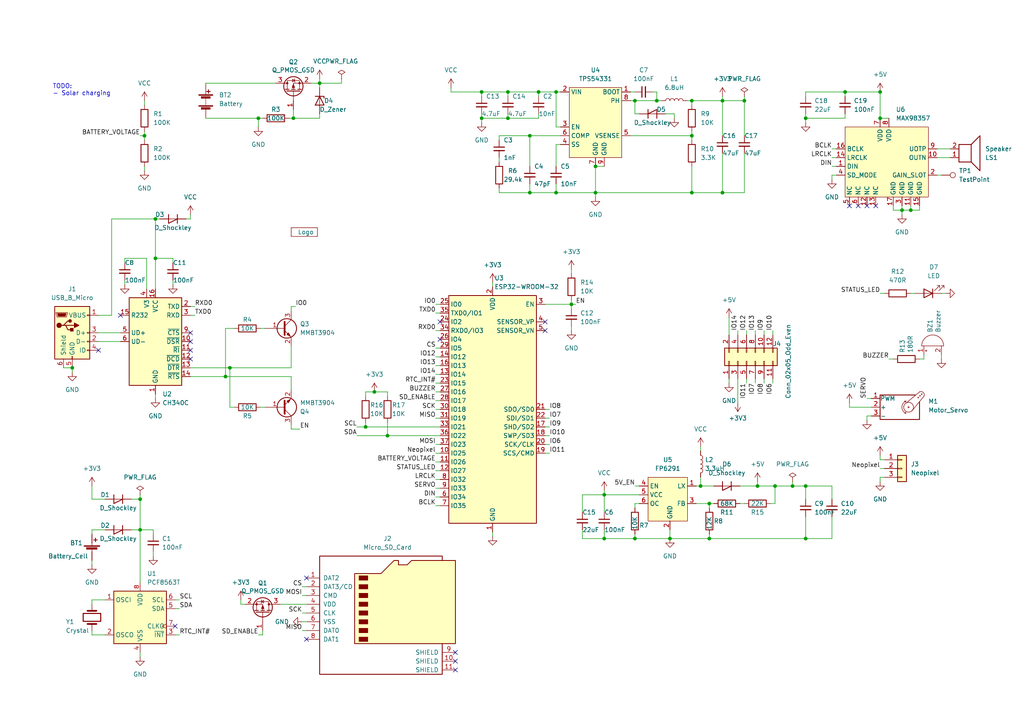
<source format=kicad_sch>
(kicad_sch (version 20211123) (generator eeschema)
  (paper "A4")
  (junction (at 175.26 143.51))
  (junction (at 233.68 156.21))
  (junction (at 40.64 153.67))
  (junction (at 245.11 26.67))
  (junction (at 139.7 34.29))
  (junction (at 92.71 24.13))
  (junction (at 233.68 34.29))
  (junction (at 41.91 39.37))
  (junction (at 255.27 34.29))
  (junction (at 40.64 144.78))
  (junction (at 200.66 55.88))
  (junction (at 224.79 140.97))
  (junction (at 74.93 34.29))
  (junction (at 66.675 106.68))
  (junction (at 45.085 63.5))
  (junction (at 147.32 34.29))
  (junction (at 205.74 156.21))
  (junction (at 147.32 26.67))
  (junction (at 190.5 29.21))
  (junction (at 184.15 156.21))
  (junction (at 161.29 55.88))
  (junction (at 203.2 140.97))
  (junction (at 175.26 156.21))
  (junction (at 45.085 74.93))
  (junction (at 108.585 113.665))
  (junction (at 255.27 26.67))
  (junction (at 153.67 55.88))
  (junction (at 139.7 26.67))
  (junction (at 264.16 60.96))
  (junction (at 172.72 55.88))
  (junction (at 106.045 123.825))
  (junction (at 205.74 146.05))
  (junction (at 200.66 39.37))
  (junction (at 209.55 29.21))
  (junction (at 229.87 140.97))
  (junction (at 165.735 88.265))
  (junction (at 200.66 29.21))
  (junction (at 209.55 55.88))
  (junction (at 153.67 39.37))
  (junction (at 20.955 106.68))
  (junction (at 172.72 48.26))
  (junction (at 261.62 60.96))
  (junction (at 161.29 26.67))
  (junction (at 215.9 29.21))
  (junction (at 112.395 126.365))
  (junction (at 219.71 140.97))
  (junction (at 194.31 156.21))
  (junction (at 233.68 140.97))
  (junction (at 156.21 26.67))
  (junction (at 85.09 34.29))
  (junction (at 65.405 109.22))
  (junction (at 184.15 29.21))
  (no_connect (at 55.245 104.14))
  (no_connect (at 158.115 95.885))
  (no_connect (at 158.115 93.345))
  (no_connect (at 127.635 93.345))
  (no_connect (at 248.92 59.69))
  (no_connect (at 34.925 91.44))
  (no_connect (at 251.46 59.69))
  (no_connect (at 132.08 191.77))
  (no_connect (at 254 59.69))
  (no_connect (at 88.9 185.42))
  (no_connect (at 246.38 59.69))
  (no_connect (at 132.08 189.23))
  (no_connect (at 50.8 181.61))
  (no_connect (at 88.9 167.64))
  (no_connect (at 55.245 99.06))
  (no_connect (at 28.575 101.6))
  (no_connect (at 55.245 101.6))
  (no_connect (at 55.245 96.52))
  (no_connect (at 132.08 194.31))
  (no_connect (at 127.635 98.425))
  (wire (pts (xy 271.78 45.72) (xy 275.59 45.72)))
  (wire (pts (xy 264.16 85.09) (xy 265.43 85.09)))
  (wire (pts (xy 87.63 182.88) (xy 88.9 182.88)))
  (wire (pts (xy 26.67 144.78) (xy 30.48 144.78)))
  (wire (pts (xy 142.875 81.915) (xy 142.875 83.185)))
  (wire (pts (xy 271.78 43.18) (xy 275.59 43.18)))
  (wire (pts (xy 229.87 140.97) (xy 233.68 140.97)))
  (wire (pts (xy 205.74 146.05) (xy 207.01 146.05)))
  (wire (pts (xy 81.28 175.26) (xy 88.9 175.26)))
  (wire (pts (xy 84.455 106.68) (xy 84.455 100.33)))
  (wire (pts (xy 245.11 26.67) (xy 233.68 26.67)))
  (wire (pts (xy 161.29 41.91) (xy 162.56 41.91)))
  (wire (pts (xy 139.7 26.67) (xy 139.7 27.94)))
  (wire (pts (xy 139.7 34.29) (xy 139.7 33.02)))
  (wire (pts (xy 200.66 29.21) (xy 209.55 29.21)))
  (wire (pts (xy 108.585 113.665) (xy 106.045 113.665)))
  (wire (pts (xy 201.93 140.97) (xy 203.2 140.97)))
  (wire (pts (xy 28.575 96.52) (xy 34.925 96.52)))
  (wire (pts (xy 126.365 131.445) (xy 127.635 131.445)))
  (wire (pts (xy 87.63 170.18) (xy 88.9 170.18)))
  (wire (pts (xy 246.38 118.11) (xy 246.38 116.84)))
  (wire (pts (xy 158.115 123.825) (xy 159.385 123.825)))
  (wire (pts (xy 256.54 133.35) (xy 255.27 133.35)))
  (wire (pts (xy 55.245 106.68) (xy 66.675 106.68)))
  (wire (pts (xy 168.91 143.51) (xy 175.26 143.51)))
  (wire (pts (xy 85.09 34.29) (xy 92.71 34.29)))
  (wire (pts (xy 182.88 29.21) (xy 184.15 29.21)))
  (wire (pts (xy 55.245 109.22) (xy 65.405 109.22)))
  (wire (pts (xy 203.2 129.54) (xy 203.2 130.81)))
  (wire (pts (xy 84.455 124.46) (xy 84.455 123.19)))
  (wire (pts (xy 184.15 29.21) (xy 190.5 29.21)))
  (wire (pts (xy 165.735 88.265) (xy 167.005 88.265)))
  (wire (pts (xy 255.27 139.7) (xy 255.27 138.43)))
  (wire (pts (xy 126.365 141.605) (xy 127.635 141.605)))
  (wire (pts (xy 50.8 176.53) (xy 52.07 176.53)))
  (wire (pts (xy 161.29 26.67) (xy 162.56 26.67)))
  (wire (pts (xy 26.67 175.26) (xy 26.67 173.99)))
  (wire (pts (xy 224.79 140.97) (xy 229.87 140.97)))
  (wire (pts (xy 41.91 29.21) (xy 41.91 30.48)))
  (wire (pts (xy 189.23 26.67) (xy 190.5 26.67)))
  (wire (pts (xy 172.72 55.88) (xy 172.72 48.26)))
  (wire (pts (xy 241.3 50.8) (xy 242.57 50.8)))
  (wire (pts (xy 126.365 100.965) (xy 127.635 100.965)))
  (wire (pts (xy 161.29 26.67) (xy 161.29 36.83)))
  (wire (pts (xy 59.69 24.13) (xy 80.01 24.13)))
  (wire (pts (xy 50.165 76.2) (xy 50.165 74.93)))
  (wire (pts (xy 219.075 95.885) (xy 219.075 97.155)))
  (wire (pts (xy 142.875 154.305) (xy 142.875 155.575)))
  (wire (pts (xy 126.365 116.205) (xy 127.635 116.205)))
  (wire (pts (xy 215.9 27.94) (xy 215.9 29.21)))
  (wire (pts (xy 215.9 55.88) (xy 215.9 44.45)))
  (wire (pts (xy 156.21 26.67) (xy 156.21 27.94)))
  (wire (pts (xy 67.945 118.11) (xy 66.675 118.11)))
  (wire (pts (xy 259.08 60.96) (xy 261.62 60.96)))
  (wire (pts (xy 65.405 95.25) (xy 65.405 109.22)))
  (wire (pts (xy 40.64 39.37) (xy 41.91 39.37)))
  (wire (pts (xy 26.67 184.15) (xy 26.67 182.88)))
  (wire (pts (xy 213.995 109.855) (xy 213.995 116.84)))
  (wire (pts (xy 112.395 122.555) (xy 112.395 126.365)))
  (wire (pts (xy 224.155 95.885) (xy 224.155 97.155)))
  (wire (pts (xy 165.735 78.105) (xy 165.735 79.375)))
  (wire (pts (xy 200.66 39.37) (xy 200.66 40.64)))
  (wire (pts (xy 194.31 153.67) (xy 194.31 156.21)))
  (wire (pts (xy 241.3 43.18) (xy 242.57 43.18)))
  (wire (pts (xy 219.71 139.7) (xy 219.71 140.97)))
  (wire (pts (xy 182.88 26.67) (xy 184.15 26.67)))
  (wire (pts (xy 44.45 153.67) (xy 40.64 153.67)))
  (wire (pts (xy 245.11 26.67) (xy 245.11 27.94)))
  (wire (pts (xy 92.71 24.13) (xy 92.71 25.4)))
  (wire (pts (xy 87.63 177.8) (xy 88.9 177.8)))
  (wire (pts (xy 200.66 29.21) (xy 199.39 29.21)))
  (wire (pts (xy 40.64 153.67) (xy 40.64 168.91)))
  (wire (pts (xy 99.06 22.86) (xy 99.06 24.13)))
  (wire (pts (xy 241.3 140.97) (xy 241.3 144.78)))
  (wire (pts (xy 165.735 94.615) (xy 165.735 95.885)))
  (wire (pts (xy 216.535 95.885) (xy 216.535 97.155)))
  (wire (pts (xy 273.05 102.87) (xy 273.05 104.14)))
  (wire (pts (xy 67.945 95.25) (xy 65.405 95.25)))
  (wire (pts (xy 99.06 24.13) (xy 92.71 24.13)))
  (wire (pts (xy 74.93 34.29) (xy 74.93 36.83)))
  (wire (pts (xy 184.15 33.02) (xy 184.15 29.21)))
  (wire (pts (xy 126.365 95.885) (xy 127.635 95.885)))
  (wire (pts (xy 75.565 118.11) (xy 76.835 118.11)))
  (wire (pts (xy 209.55 29.21) (xy 209.55 39.37)))
  (wire (pts (xy 65.405 109.22) (xy 84.455 109.22)))
  (wire (pts (xy 112.395 113.665) (xy 108.585 113.665)))
  (wire (pts (xy 233.68 140.97) (xy 241.3 140.97)))
  (wire (pts (xy 85.725 88.9) (xy 84.455 88.9)))
  (wire (pts (xy 156.21 26.67) (xy 161.29 26.67)))
  (wire (pts (xy 172.72 55.88) (xy 172.72 57.15)))
  (wire (pts (xy 200.66 30.48) (xy 200.66 29.21)))
  (wire (pts (xy 147.32 26.67) (xy 156.21 26.67)))
  (wire (pts (xy 139.7 26.67) (xy 147.32 26.67)))
  (wire (pts (xy 153.67 39.37) (xy 153.67 48.26)))
  (wire (pts (xy 156.21 33.02) (xy 156.21 34.29)))
  (wire (pts (xy 42.545 83.82) (xy 42.545 74.93)))
  (wire (pts (xy 55.245 88.9) (xy 56.515 88.9)))
  (wire (pts (xy 215.9 39.37) (xy 215.9 29.21)))
  (wire (pts (xy 175.26 143.51) (xy 175.26 148.59)))
  (wire (pts (xy 274.32 85.09) (xy 273.05 85.09)))
  (wire (pts (xy 261.62 60.96) (xy 261.62 62.23)))
  (wire (pts (xy 76.2 34.29) (xy 74.93 34.29)))
  (wire (pts (xy 55.245 91.44) (xy 56.515 91.44)))
  (wire (pts (xy 40.64 189.23) (xy 40.64 190.5)))
  (wire (pts (xy 44.45 154.94) (xy 44.45 153.67)))
  (wire (pts (xy 203.2 138.43) (xy 203.2 140.97)))
  (wire (pts (xy 175.26 156.21) (xy 168.91 156.21)))
  (wire (pts (xy 261.62 59.69) (xy 261.62 60.96)))
  (wire (pts (xy 38.1 153.67) (xy 40.64 153.67)))
  (wire (pts (xy 233.68 26.67) (xy 233.68 27.94)))
  (wire (pts (xy 251.46 120.65) (xy 252.73 120.65)))
  (wire (pts (xy 182.88 39.37) (xy 200.66 39.37)))
  (wire (pts (xy 20.955 106.68) (xy 20.955 107.95)))
  (wire (pts (xy 153.67 53.34) (xy 153.67 55.88)))
  (wire (pts (xy 233.68 140.97) (xy 233.68 144.78)))
  (wire (pts (xy 144.78 55.88) (xy 153.67 55.88)))
  (wire (pts (xy 241.3 48.26) (xy 242.57 48.26)))
  (wire (pts (xy 38.1 144.78) (xy 40.64 144.78)))
  (wire (pts (xy 241.3 149.86) (xy 241.3 156.21)))
  (wire (pts (xy 30.48 184.15) (xy 26.67 184.15)))
  (wire (pts (xy 84.455 109.22) (xy 84.455 113.03)))
  (wire (pts (xy 158.115 128.905) (xy 159.385 128.905)))
  (wire (pts (xy 83.82 34.29) (xy 85.09 34.29)))
  (wire (pts (xy 241.3 45.72) (xy 242.57 45.72)))
  (wire (pts (xy 69.85 175.26) (xy 69.85 173.99)))
  (wire (pts (xy 74.93 184.15) (xy 76.2 184.15)))
  (wire (pts (xy 158.115 126.365) (xy 159.385 126.365)))
  (wire (pts (xy 36.195 81.28) (xy 36.195 82.55)))
  (wire (pts (xy 126.365 111.125) (xy 127.635 111.125)))
  (wire (pts (xy 209.55 55.88) (xy 215.9 55.88)))
  (wire (pts (xy 233.68 149.86) (xy 233.68 156.21)))
  (wire (pts (xy 41.91 38.1) (xy 41.91 39.37)))
  (wire (pts (xy 259.08 59.69) (xy 259.08 60.96)))
  (wire (pts (xy 219.075 109.855) (xy 219.075 111.125)))
  (wire (pts (xy 211.455 109.855) (xy 211.455 111.125)))
  (wire (pts (xy 203.2 140.97) (xy 207.01 140.97)))
  (wire (pts (xy 184.15 147.32) (xy 184.15 146.05)))
  (wire (pts (xy 255.27 26.67) (xy 245.11 26.67)))
  (wire (pts (xy 55.245 63.5) (xy 53.975 63.5)))
  (wire (pts (xy 50.165 81.28) (xy 50.165 82.55)))
  (wire (pts (xy 126.365 128.905) (xy 127.635 128.905)))
  (wire (pts (xy 92.71 33.02) (xy 92.71 34.29)))
  (wire (pts (xy 156.21 34.29) (xy 147.32 34.29)))
  (wire (pts (xy 172.72 48.26) (xy 175.26 48.26)))
  (wire (pts (xy 126.365 88.265) (xy 127.635 88.265)))
  (wire (pts (xy 130.81 26.67) (xy 139.7 26.67)))
  (wire (pts (xy 130.81 25.4) (xy 130.81 26.67)))
  (wire (pts (xy 144.78 39.37) (xy 153.67 39.37)))
  (wire (pts (xy 50.8 173.99) (xy 52.07 173.99)))
  (wire (pts (xy 184.15 156.21) (xy 194.31 156.21)))
  (wire (pts (xy 103.505 126.365) (xy 112.395 126.365)))
  (wire (pts (xy 168.91 156.21) (xy 168.91 153.67)))
  (wire (pts (xy 271.78 50.8) (xy 273.05 50.8)))
  (wire (pts (xy 87.63 172.72) (xy 88.9 172.72)))
  (wire (pts (xy 205.74 146.05) (xy 205.74 147.32)))
  (wire (pts (xy 76.2 184.15) (xy 76.2 182.88)))
  (wire (pts (xy 41.91 39.37) (xy 41.91 40.64)))
  (wire (pts (xy 71.12 175.26) (xy 69.85 175.26)))
  (wire (pts (xy 255.27 138.43) (xy 256.54 138.43)))
  (wire (pts (xy 175.26 156.21) (xy 184.15 156.21)))
  (wire (pts (xy 214.63 146.05) (xy 215.9 146.05)))
  (wire (pts (xy 184.15 156.21) (xy 184.15 154.94)))
  (wire (pts (xy 221.615 109.855) (xy 221.615 111.125)))
  (wire (pts (xy 36.195 76.2) (xy 36.195 74.93)))
  (wire (pts (xy 175.26 143.51) (xy 175.26 142.24)))
  (wire (pts (xy 233.68 34.29) (xy 233.68 35.56)))
  (wire (pts (xy 158.115 118.745) (xy 159.385 118.745)))
  (wire (pts (xy 144.78 40.64) (xy 144.78 39.37)))
  (wire (pts (xy 184.15 146.05) (xy 185.42 146.05)))
  (wire (pts (xy 32.385 63.5) (xy 45.085 63.5)))
  (wire (pts (xy 211.455 92.075) (xy 211.455 97.155)))
  (wire (pts (xy 158.115 131.445) (xy 159.385 131.445)))
  (wire (pts (xy 184.15 140.97) (xy 185.42 140.97)))
  (wire (pts (xy 66.675 106.68) (xy 84.455 106.68)))
  (wire (pts (xy 126.365 144.145) (xy 127.635 144.145)))
  (wire (pts (xy 147.32 26.67) (xy 147.32 27.94)))
  (wire (pts (xy 172.72 55.88) (xy 200.66 55.88)))
  (wire (pts (xy 45.085 114.3) (xy 45.085 115.57)))
  (wire (pts (xy 126.365 90.805) (xy 127.635 90.805)))
  (wire (pts (xy 126.365 121.285) (xy 127.635 121.285)))
  (wire (pts (xy 255.27 133.35) (xy 255.27 132.08)))
  (wire (pts (xy 233.68 34.29) (xy 245.11 34.29)))
  (wire (pts (xy 45.085 74.93) (xy 45.085 83.82)))
  (wire (pts (xy 126.365 146.685) (xy 127.635 146.685)))
  (wire (pts (xy 266.7 59.69) (xy 266.7 60.96)))
  (wire (pts (xy 45.085 63.5) (xy 46.355 63.5)))
  (wire (pts (xy 216.535 109.855) (xy 216.535 111.125)))
  (wire (pts (xy 40.64 143.51) (xy 40.64 144.78)))
  (wire (pts (xy 209.55 27.94) (xy 209.55 29.21)))
  (wire (pts (xy 90.17 24.13) (xy 92.71 24.13)))
  (wire (pts (xy 267.97 102.87) (xy 267.97 104.14)))
  (wire (pts (xy 147.32 34.29) (xy 147.32 33.02)))
  (wire (pts (xy 185.42 33.02) (xy 184.15 33.02)))
  (wire (pts (xy 241.3 156.21) (xy 233.68 156.21)))
  (wire (pts (xy 194.31 156.21) (xy 205.74 156.21)))
  (wire (pts (xy 26.67 173.99) (xy 30.48 173.99)))
  (wire (pts (xy 112.395 126.365) (xy 127.635 126.365)))
  (wire (pts (xy 75.565 95.25) (xy 76.835 95.25)))
  (wire (pts (xy 126.365 133.985) (xy 127.635 133.985)))
  (wire (pts (xy 214.63 140.97) (xy 219.71 140.97)))
  (wire (pts (xy 165.735 88.265) (xy 165.735 89.535)))
  (wire (pts (xy 144.78 45.72) (xy 144.78 46.99)))
  (wire (pts (xy 215.9 29.21) (xy 209.55 29.21)))
  (wire (pts (xy 26.67 162.56) (xy 26.67 163.83)))
  (wire (pts (xy 168.91 148.59) (xy 168.91 143.51)))
  (wire (pts (xy 103.505 123.825) (xy 106.045 123.825)))
  (wire (pts (xy 255.27 135.89) (xy 256.54 135.89)))
  (wire (pts (xy 158.115 121.285) (xy 159.385 121.285)))
  (wire (pts (xy 251.46 120.65) (xy 251.46 121.92)))
  (wire (pts (xy 139.7 34.29) (xy 139.7 35.56)))
  (wire (pts (xy 106.045 113.665) (xy 106.045 114.935)))
  (wire (pts (xy 213.995 95.885) (xy 213.995 97.155)))
  (wire (pts (xy 195.58 33.02) (xy 193.04 33.02)))
  (wire (pts (xy 190.5 26.67) (xy 190.5 29.21)))
  (wire (pts (xy 55.245 62.23) (xy 55.245 63.5)))
  (wire (pts (xy 126.365 106.045) (xy 127.635 106.045)))
  (wire (pts (xy 32.385 63.5) (xy 32.385 91.44)))
  (wire (pts (xy 158.115 88.265) (xy 165.735 88.265)))
  (wire (pts (xy 18.415 106.68) (xy 20.955 106.68)))
  (wire (pts (xy 126.365 118.745) (xy 127.635 118.745)))
  (wire (pts (xy 59.69 34.29) (xy 74.93 34.29)))
  (wire (pts (xy 195.58 34.29) (xy 195.58 33.02)))
  (wire (pts (xy 229.87 139.7) (xy 229.87 140.97)))
  (wire (pts (xy 126.365 113.665) (xy 127.635 113.665)))
  (wire (pts (xy 161.29 36.83) (xy 162.56 36.83)))
  (wire (pts (xy 92.71 22.86) (xy 92.71 24.13)))
  (wire (pts (xy 26.67 140.97) (xy 26.67 144.78)))
  (wire (pts (xy 246.38 118.11) (xy 252.73 118.11)))
  (wire (pts (xy 219.71 140.97) (xy 224.79 140.97)))
  (wire (pts (xy 41.91 48.26) (xy 41.91 49.53)))
  (wire (pts (xy 233.68 33.02) (xy 233.68 34.29)))
  (wire (pts (xy 200.66 38.1) (xy 200.66 39.37)))
  (wire (pts (xy 161.29 53.34) (xy 161.29 55.88)))
  (wire (pts (xy 165.735 86.995) (xy 165.735 88.265)))
  (wire (pts (xy 185.42 143.51) (xy 175.26 143.51)))
  (wire (pts (xy 190.5 29.21) (xy 191.77 29.21)))
  (wire (pts (xy 112.395 114.935) (xy 112.395 113.665)))
  (wire (pts (xy 45.085 63.5) (xy 45.085 74.93)))
  (wire (pts (xy 175.26 153.67) (xy 175.26 156.21)))
  (wire (pts (xy 224.155 109.855) (xy 224.155 111.125)))
  (wire (pts (xy 50.8 184.15) (xy 52.07 184.15)))
  (wire (pts (xy 261.62 60.96) (xy 264.16 60.96)))
  (wire (pts (xy 161.29 48.26) (xy 161.29 41.91)))
  (wire (pts (xy 255.27 85.09) (xy 256.54 85.09)))
  (wire (pts (xy 28.575 91.44) (xy 32.385 91.44)))
  (wire (pts (xy 245.11 34.29) (xy 245.11 33.02)))
  (wire (pts (xy 223.52 146.05) (xy 224.79 146.05)))
  (wire (pts (xy 264.16 59.69) (xy 264.16 60.96)))
  (wire (pts (xy 161.29 55.88) (xy 172.72 55.88)))
  (wire (pts (xy 44.45 160.02) (xy 44.45 161.29)))
  (wire (pts (xy 264.16 60.96) (xy 266.7 60.96)))
  (wire (pts (xy 153.67 55.88) (xy 161.29 55.88)))
  (wire (pts (xy 144.78 54.61) (xy 144.78 55.88)))
  (wire (pts (xy 45.085 74.93) (xy 50.165 74.93)))
  (wire (pts (xy 147.32 34.29) (xy 139.7 34.29)))
  (wire (pts (xy 85.09 34.29) (xy 85.09 31.75)))
  (wire (pts (xy 86.995 124.46) (xy 84.455 124.46)))
  (wire (pts (xy 205.74 156.21) (xy 233.68 156.21)))
  (wire (pts (xy 40.64 144.78) (xy 40.64 153.67)))
  (wire (pts (xy 205.74 156.21) (xy 205.74 154.94)))
  (wire (pts (xy 257.81 104.14) (xy 259.08 104.14)))
  (wire (pts (xy 126.365 108.585) (xy 127.635 108.585)))
  (wire (pts (xy 126.365 136.525) (xy 127.635 136.525)))
  (wire (pts (xy 84.455 88.9) (xy 84.455 90.17)))
  (wire (pts (xy 153.67 39.37) (xy 162.56 39.37)))
  (wire (pts (xy 224.79 146.05) (xy 224.79 140.97)))
  (wire (pts (xy 126.365 103.505) (xy 127.635 103.505)))
  (wire (pts (xy 241.3 50.8) (xy 241.3 52.07)))
  (wire (pts (xy 201.93 146.05) (xy 205.74 146.05)))
  (wire (pts (xy 255.27 26.67) (xy 255.27 34.29)))
  (wire (pts (xy 267.97 104.14) (xy 266.7 104.14)))
  (wire (pts (xy 106.045 122.555) (xy 106.045 123.825)))
  (wire (pts (xy 28.575 99.06) (xy 34.925 99.06)))
  (wire (pts (xy 106.045 123.825) (xy 127.635 123.825)))
  (wire (pts (xy 30.48 153.67) (xy 26.67 153.67)))
  (wire (pts (xy 221.615 95.885) (xy 221.615 97.155)))
  (wire (pts (xy 87.63 180.34) (xy 88.9 180.34)))
  (wire (pts (xy 251.46 115.57) (xy 252.73 115.57)))
  (wire (pts (xy 36.195 74.93) (xy 42.545 74.93)))
  (wire (pts (xy 209.55 44.45) (xy 209.55 55.88)))
  (wire (pts (xy 126.365 139.065) (xy 127.635 139.065)))
  (wire (pts (xy 200.66 55.88) (xy 200.66 48.26)))
  (wire (pts (xy 26.67 153.67) (xy 26.67 154.94)))
  (wire (pts (xy 209.55 55.88) (xy 200.66 55.88)))
  (wire (pts (xy 255.27 34.29) (xy 257.81 34.29)))
  (wire (pts (xy 66.675 118.11) (xy 66.675 106.68)))
  (text "TODO:\n- Solar charging" (at 15.24 27.94 0) (effects (font (size 1.27 1.27)) (justify left bottom)))
  (label "BCLK" (at 126.365 146.685 180))
  (label "IO14" (at 126.365 108.585 180))
  (label "SCL" (at 52.07 173.99 0))
  (label "IO7" (at 159.385 121.285 0))
  (label "EN" (at 86.995 124.46 0))
  (label "IO9" (at 221.615 95.885 90))
  (label "LRCLK" (at 126.365 139.065 180))
  (label "DIN" (at 241.3 48.26 180))
  (label "IO12" (at 216.535 95.885 90))
  (label "SDA" (at 52.07 176.53 0))
  (label "5V_EN" (at 184.15 140.97 180))
  (label "RTC_INT#" (at 52.07 184.15 0))
  (label "IO7" (at 219.075 111.125 270))
  (label "SERVO" (at 126.365 141.605 180))
  (label "Neopixel" (at 255.27 135.89 180))
  (label "RXD0" (at 56.515 88.9 0))
  (label "Neopixel" (at 126.365 131.445 180))
  (label "IO0" (at 126.365 88.265 180))
  (label "RXD0" (at 126.365 95.885 180))
  (label "EN" (at 167.005 88.265 0))
  (label "SD_ENABLE" (at 74.93 184.15 180))
  (label "SCK" (at 126.365 118.745 180))
  (label "IO11" (at 159.385 131.445 0))
  (label "IO10" (at 159.385 126.365 0))
  (label "IO11" (at 216.535 111.125 270))
  (label "CS" (at 87.63 170.18 180))
  (label "SCK" (at 87.63 177.8 180))
  (label "BATTERY_VOLTAGE" (at 40.64 39.37 180))
  (label "STATUS_LED" (at 126.365 136.525 180))
  (label "SD_ENABLE" (at 126.365 116.205 180))
  (label "BCLK" (at 241.3 43.18 180))
  (label "IO12" (at 126.365 103.505 180))
  (label "MISO" (at 126.365 121.285 180))
  (label "IO8" (at 221.615 111.125 270))
  (label "IO6" (at 159.385 128.905 0))
  (label "SCL" (at 103.505 123.825 180))
  (label "LRCLK" (at 241.3 45.72 180))
  (label "IO10" (at 224.155 95.885 90))
  (label "MOSI" (at 126.365 128.905 180))
  (label "RTC_INT#" (at 126.365 111.125 180))
  (label "SDA" (at 103.505 126.365 180))
  (label "SERVO" (at 251.46 115.57 90))
  (label "IO13" (at 219.075 95.885 90))
  (label "BUZZER" (at 126.365 113.665 180))
  (label "BUZZER" (at 257.81 104.14 180))
  (label "MISO" (at 87.63 182.88 180))
  (label "IO0" (at 85.725 88.9 0))
  (label "DIN" (at 126.365 144.145 180))
  (label "BATTERY_VOLTAGE" (at 126.365 133.985 180))
  (label "IO13" (at 126.365 106.045 180))
  (label "IO9" (at 159.385 123.825 0))
  (label "STATUS_LED" (at 255.27 85.09 180))
  (label "TXD0" (at 56.515 91.44 0))
  (label "IO8" (at 159.385 118.745 0))
  (label "IO14" (at 213.995 95.885 90))
  (label "TXD0" (at 126.365 90.805 180))
  (label "IO6" (at 224.155 111.125 270))
  (label "CS" (at 126.365 100.965 180))
  (label "MOSI" (at 87.63 172.72 180))
  (symbol (lib_id "Device:C_Small") (at 144.78 43.18 0) (unit 1)
    (property "Reference" "C3" (at 146.05 40.64 0) (effects (justify left)))
    (property "Value" "1nF" (at 146.05 45.72 0) (effects (justify left)))
    (property "Footprint" "Capacitor_SMD:C_0402_1005Metric" (effects hide))
    (property "LCSC" "C1523" (effects hide))
  )
  (symbol (lib_id "power:+3.3V") (at 209.55 27.94 0) (unit 1)
    (property "Reference" "#PWR0117" (effects hide))
    (property "Value" "+3.3V" (at 209.55 22.86 0))
  )
  (symbol (lib_id "power:+3.3V") (at 142.875 81.915 0) (unit 1)
    (property "Reference" "#PWR0116" (effects hide))
    (property "Value" "+3.3V" (at 142.875 76.835 0))
  )
  (symbol (lib_id "power:PWR_FLAG") (at 40.64 143.51 0) (unit 1)
    (property "Reference" "#FLG0102" (effects hide))
    (property "Value" "PWR_FLAG" (at 40.64 138.43 0))
  )
  (symbol (lib_id "Device:Crystal") (at 26.67 179.07 90) (unit 1)
    (property "Reference" "Y1" (at 19.05 180.34 90) (effects (justify right)))
    (property "Value" "Crystal" (at 19.05 182.88 90) (effects (justify right)))
    (property "Footprint" "Crystal:Crystal_SMD_3215-2Pin_3.2x1.5mm" (effects hide))
    (property "LCSC" "C32346" (effects hide))
  )
  (symbol (lib_id "Device:R") (at 165.735 83.185 0) (unit 1)
    (property "Reference" "R14" (at 168.275 81.9149 0) (effects (justify left)))
    (property "Value" "10K" (at 168.275 84.4549 0) (effects (justify left)))
    (property "Footprint" "Resistor_SMD:R_0402_1005Metric" (effects hide))
    (property "LCSC" "C25744" (effects hide))
  )
  (symbol (lib_id "power:GND") (at 165.735 95.885 0) (unit 1)
    (property "Reference" "#PWR0136" (effects hide))
    (property "Value" "GND" (at 165.735 100.965 0))
  )
  (symbol (lib_id "Device:R") (at 41.91 44.45 0) (unit 1)
    (property "Reference" "R2" (at 44.45 43.1799 0) (effects (justify left)))
    (property "Value" "100K" (at 44.45 45.7199 0) (effects (justify left)))
    (property "Footprint" "Resistor_SMD:R_0402_1005Metric" (effects hide))
    (property "LCSC" "C25741" (effects hide))
  )
  (symbol (lib_id "cacophony-symbols:Micro_SD_Card") (at 111.76 175.26 0) (unit 1)
    (property "Reference" "J2" (at 112.395 156.21 0))
    (property "Value" "Micro_SD_Card" (at 112.395 158.75 0))
    (property "Footprint" "cacophony-footprints:microSD_HC_Molex_104031-0811" (effects hide))
    (property "Datasheet" "https://datasheet.lcsc.com/lcsc/2112221030_SOFNG-TF-015_C113206.pdf" (effects hide))
    (property "LCSC" "C585350" (effects hide))
    (property "JLCPCB" "C585350" (effects hide))
  )
  (symbol (lib_id "Device:D_Shockley") (at 210.82 140.97 180) (unit 1)
    (property "Reference" "D6" (at 210.82 134.62 0))
    (property "Value" "D_Shockley" (at 210.82 137.16 0))
    (property "Footprint" "Diode_SMD:D_SMA" (effects hide))
    (property "LCSC" "C22452" (effects hide))
  )
  (symbol (lib_id "Connector:TestPoint") (at 273.05 50.8 270) (unit 1)
    (property "Reference" "TP1" (at 278.13 49.5299 90) (effects (justify left)))
    (property "Value" "TestPoint" (at 278.13 52.0699 90) (effects (justify left)))
    (property "Footprint" "Connector_PinHeader_2.54mm:PinHeader_1x01_P2.54mm_Vertical" (effects hide))
  )
  (symbol (lib_id "power:GND") (at 41.91 49.53 0) (unit 1)
    (property "Reference" "#PWR0102" (effects hide))
    (property "Value" "GND" (at 41.91 54.61 0))
  )
  (symbol (lib_id "Connector_Generic:Conn_02x06_Odd_Even") (at 216.535 104.775 90) (unit 1)
    (property "Reference" "J4" (at 224.155 99.695 90) (effects (justify right)))
    (property "Value" "Conn_02x05_Odd_Even" (at 228.6 93.98 0) (effects (justify right)))
    (property "Footprint" "Connector_PinHeader_2.54mm:PinHeader_2x06_P2.54mm_Vertical" (effects hide))
  )
  (symbol (lib_id "Device:C_Small") (at 147.32 30.48 0) (unit 1)
    (property "Reference" "C14" (at 148.59 27.94 0) (effects (justify left)))
    (property "Value" "4.7uF" (at 147.32 33.02 0) (effects (justify left)))
    (property "Footprint" "Capacitor_SMD:C_0402_1005Metric" (effects hide))
    (property "LCSC" "C23733" (effects hide))
  )
  (symbol (lib_id "power:GND") (at 87.63 180.34 270) (unit 1)
    (property "Reference" "#PWR0112" (effects hide))
    (property "Value" "GND" (at 83.82 180.3399 90) (effects (justify right)))
  )
  (symbol (lib_id "power:+5V") (at 255.27 132.08 0) (unit 1)
    (property "Reference" "#PWR0126" (effects hide))
    (property "Value" "+5V" (at 255.27 127 0))
  )
  (symbol (lib_id "Device:C_Small") (at 215.9 41.91 0) (unit 1)
    (property "Reference" "C17" (at 215.9 39.37 0) (effects (justify left)))
    (property "Value" "47uF" (at 215.9 44.45 0) (effects (justify left)))
    (property "Footprint" "Capacitor_SMD:C_0805_2012Metric" (effects hide))
    (property "LCSC" "C16780" (effects hide))
  )
  (symbol (lib_id "power:PWR_FLAG") (at 99.06 22.86 0) (unit 1)
    (property "Reference" "#FLG0104" (effects hide))
    (property "Value" "PWR_FLAG" (at 99.06 17.78 0))
  )
  (symbol (lib_id "power:GND") (at 50.165 82.55 0) (unit 1)
    (property "Reference" "#PWR0139" (effects hide))
    (property "Value" "GND" (effects hide))
  )
  (symbol (lib_id "power:GND") (at 233.68 35.56 0) (unit 1)
    (property "Reference" "#PWR0131" (effects hide))
    (property "Value" "GND" (effects hide))
  )
  (symbol (lib_id "power:GND") (at 20.955 107.95 0) (unit 1)
    (property "Reference" "#PWR0107" (effects hide))
    (property "Value" "GND" (at 20.955 113.03 0))
  )
  (symbol (lib_id "power:GND") (at 274.32 85.09 90) (unit 1)
    (property "Reference" "#PWR0128" (effects hide))
    (property "Value" "GND" (effects hide))
  )
  (symbol (lib_id "power:VCC") (at 41.91 29.21 0) (unit 1)
    (property "Reference" "#PWR0101" (effects hide))
    (property "Value" "VCC" (at 41.91 24.13 0))
  )
  (symbol (lib_id "power:+3.3V") (at 69.85 173.99 0) (unit 1)
    (property "Reference" "#PWR0111" (effects hide))
    (property "Value" "+3.3V" (at 69.85 168.91 0))
  )
  (symbol (lib_id "power:GND") (at 194.31 156.21 0) (unit 1)
    (property "Reference" "#PWR0132" (effects hide))
    (property "Value" "GND" (at 194.31 161.29 0))
  )
  (symbol (lib_id "Device:D_Shockley") (at 50.165 63.5 180) (unit 1)
    (property "Reference" "D3" (at 46.355 62.23 0))
    (property "Value" "D_Shockley" (at 50.165 66.04 0))
    (property "Footprint" "Diode_SMD:D_SOD-323" (effects hide))
    (property "LCSC" "C191023" (effects hide))
  )
  (symbol (lib_id "Device:C_Small") (at 233.68 147.32 0) (unit 1)
    (property "Reference" "C9" (at 236.22 146.0562 0) (effects (justify left)))
    (property "Value" "100nF" (at 236.22 148.5962 0) (effects (justify left)))
    (property "Footprint" "Capacitor_SMD:C_0402_1005Metric" (effects hide))
    (property "LCSC" "C307331" (effects hide))
  )
  (symbol (lib_id "Device:LED") (at 269.24 85.09 180) (unit 1)
    (property "Reference" "D7" (at 270.8275 77.47 0))
    (property "Value" "LED" (at 270.8275 80.01 0))
    (property "Footprint" "LED_SMD:LED_0603_1608Metric" (effects hide))
    (property "LCSC" "C2286" (effects hide))
  )
  (symbol (lib_id "Device:C_Small") (at 139.7 30.48 0) (unit 1)
    (property "Reference" "C13" (at 140.97 27.94 0) (effects (justify left)))
    (property "Value" "4.7uF" (at 139.7 33.02 0) (effects (justify left)))
    (property "Footprint" "Capacitor_SMD:C_0402_1005Metric" (effects hide))
    (property "LCSC" "C23733" (effects hide))
  )
  (symbol (lib_id "Device:R") (at 219.71 146.05 90) (unit 1)
    (property "Reference" "R15" (at 219.71 148.59 90))
    (property "Value" "22K" (at 219.71 146.05 90))
    (property "Footprint" "Resistor_SMD:R_0402_1005Metric" (effects hide))
    (property "LCSC" "C25768" (effects hide))
  )
  (symbol (lib_id "Device:L") (at 203.2 134.62 0) (unit 1)
    (property "Reference" "L2" (at 204.47 133.3499 0) (effects (justify left)))
    (property "Value" "3.3uH" (at 204.47 135.8899 0) (effects (justify left)))
    (property "Footprint" "Inductor_SMD:L_Sunlord_MWSA0518_5.4x5.2mm" (effects hide))
    (property "LCSC" "C408409" (effects hide))
  )
  (symbol (lib_id "power:VCC") (at 203.2 129.54 0) (unit 1)
    (property "Reference" "#PWR0122" (effects hide))
    (property "Value" "VCC" (at 203.2 124.46 0))
  )
  (symbol (lib_id "power:+5V") (at 211.455 92.075 0) (unit 1)
    (property "Reference" "#PWR0114" (effects hide))
    (property "Value" "+5V" (at 211.455 86.995 0))
  )
  (symbol (lib_id "power:GND") (at 26.67 163.83 0) (unit 1)
    (property "Reference" "#PWR0110" (effects hide))
    (property "Value" "GND" (at 26.67 168.91 0))
  )
  (symbol (lib_id "cacophony-symbols:TPS54331") (at 171.45 21.59 0) (unit 1)
    (property "Reference" "U4" (at 172.72 20.32 0))
    (property "Value" "TPS54331" (at 172.72 22.86 0))
    (property "Footprint" "Package_SO:SOIC-8-1EP_3.9x4.9mm_P1.27mm_EP2.29x3mm" (effects hide))
    (property "Datasheet" "https://www.ti.com/lit/ds/symlink/tps54331.pdf?ts=1645414638128&ref_url=https%253A%252F%252Fwww.ti.com%252Fproduct%252FTPS54331%253Futm_source%253Dsupplyframe%2526utm_medium%253DSEP%2526utm_campaign%253Dnot_alldatasheet%2526DCM%253Dyes%2526dclid%253DCK-A3uLgj_YCFfKeSwUdmicKLQ" (effects hide))
    (property "LCSC" "C9865" (effects hide))
    (property "JLCPCB" "C9865" (effects hide))
  )
  (symbol (lib_id "power:GND") (at 139.7 35.56 0) (unit 1)
    (property "Reference" "#PWR0134" (effects hide))
    (property "Value" "GND" (at 139.7 40.64 0))
  )
  (symbol (lib_id "Device:C_Small") (at 209.55 41.91 0) (unit 1)
    (property "Reference" "C16" (at 209.55 39.37 0) (effects (justify left)))
    (property "Value" "47uF" (at 209.55 44.45 0) (effects (justify left)))
    (property "Footprint" "Capacitor_SMD:C_0805_2012Metric" (effects hide))
    (property "LCSC" "C16780" (effects hide))
  )
  (symbol (lib_id "Device:R") (at 80.01 34.29 270) (unit 1)
    (property "Reference" "R3" (at 80.01 31.75 90))
    (property "Value" "100K" (at 80.01 34.29 90))
    (property "Footprint" "Resistor_SMD:R_0402_1005Metric" (effects hide))
    (property "LCSC" "C25741" (effects hide))
  )
  (symbol (lib_id "power:VCC") (at 130.81 25.4 0) (unit 1)
    (property "Reference" "#PWR0115" (effects hide))
    (property "Value" "VCC" (at 130.81 20.32 0))
  )
  (symbol (lib_id "power:GND") (at 255.27 139.7 0) (unit 1)
    (property "Reference" "#PWR0124" (effects hide))
    (property "Value" "GND" (at 255.27 144.78 0))
  )
  (symbol (lib_id "Device:R") (at 106.045 118.745 0) (unit 1)
    (property "Reference" "R16" (at 107.315 117.475 0) (effects (justify left)))
    (property "Value" "10K" (at 107.315 120.015 0) (effects (justify left)))
    (property "Footprint" "Resistor_SMD:R_0402_1005Metric" (effects hide))
    (property "LCSC" "C25744" (effects hide))
  )
  (symbol (lib_id "power:GND") (at 44.45 161.29 0) (unit 1)
    (property "Reference" "#PWR0113" (effects hide))
    (property "Value" "GND" (effects hide))
  )
  (symbol (lib_id "power:VCC") (at 92.71 22.86 0) (unit 1)
    (property "Reference" "#PWR0104" (effects hide))
    (property "Value" "VCC" (at 92.71 17.78 0))
  )
  (symbol (lib_id "Device:Q_PMOS_GSD") (at 85.09 26.67 90) (unit 1)
    (property "Reference" "Q2" (at 85.09 17.9832 90))
    (property "Value" "Q_PMOS_GSD" (at 85.09 20.32 90))
    (property "Footprint" "Package_TO_SOT_SMD:SOT-23" (effects hide))
    (property "LCSC" "C15127" (effects hide))
  )
  (symbol (lib_id "power:+5V") (at 219.71 139.7 0) (unit 1)
    (property "Reference" "#PWR0121" (effects hide))
    (property "Value" "+5V" (at 219.71 134.62 0))
  )
  (symbol (lib_id "power:GND") (at 36.195 82.55 0) (unit 1)
    (property "Reference" "#PWR0137" (effects hide))
    (property "Value" "GND" (effects hide))
  )
  (symbol (lib_id "Device:C_Small") (at 233.68 30.48 0) (unit 1)
    (property "Reference" "C18" (at 236.22 29.2162 0) (effects (justify left)))
    (property "Value" "22uF" (at 236.22 31.7562 0) (effects (justify left)))
    (property "Footprint" "Capacitor_SMD:C_0805_2012Metric" (effects hide))
    (property "LCSC" "C45783" (effects hide))
  )
  (symbol (lib_id "Device:R") (at 144.78 50.8 0) (unit 1)
    (property "Reference" "R6" (at 147.32 49.5299 0) (effects (justify left)))
    (property "Value" "29.4k" (at 146.05 52.07 0) (effects (justify left)))
    (property "Footprint" "Resistor_SMD:R_0402_1005Metric" (effects hide))
    (property "LCSC" "C25890" (effects hide))
  )
  (symbol (lib_id "Interface_USB:CH340C") (at 45.085 99.06 0) (unit 1)
    (property "Reference" "U2" (at 47.1044 114.3 0) (effects (justify left)))
    (property "Value" "CH340C" (at 47.1044 116.84 0) (effects (justify left)))
    (property "Footprint" "Package_SO:SOIC-16_3.9x9.9mm_P1.27mm" (effects hide))
    (property "Datasheet" "https://datasheet.lcsc.com/szlcsc/Jiangsu-Qin-Heng-CH340C_C84681.pdf" (effects hide))
    (property "LCSC" "C84681" (effects hide))
  )
  (symbol (lib_id "power:VCC") (at 175.26 142.24 0) (unit 1)
    (property "Reference" "#PWR0120" (effects hide))
    (property "Value" "VCC" (at 175.26 137.16 0))
  )
  (symbol (lib_id "power:GND") (at 251.46 121.92 0) (unit 1)
    (property "Reference" "#PWR0125" (effects hide))
    (property "Value" "GND" (effects hide))
  )
  (symbol (lib_id "power:GND") (at 195.58 34.29 0) (unit 1)
    (property "Reference" "#PWR0118" (effects hide))
    (property "Value" "GND" (effects hide))
  )
  (symbol (lib_id "Device:C_Small") (at 50.165 78.74 0) (unit 1)
    (property "Reference" "C11" (at 50.165 76.2 0) (effects (justify left)))
    (property "Value" "100nF" (at 50.165 81.28 0) (effects (justify left)))
    (property "Footprint" "Capacitor_SMD:C_0402_1005Metric" (effects hide))
    (property "LCSC" "C307331" (effects hide))
  )
  (symbol (lib_id "Device:R") (at 71.755 118.11 90) (unit 1)
    (property "Reference" "R5" (at 71.755 120.65 90))
    (property "Value" "10K" (at 71.755 118.11 90))
    (property "Footprint" "Resistor_SMD:R_0402_1005Metric" (effects hide))
    (property "LCSC" "C25744" (effects hide))
  )
  (symbol (lib_id "Device:R") (at 184.15 151.13 0) (unit 1)
    (property "Reference" "R7" (at 185.42 152.4 0) (effects (justify left)))
    (property "Value" "10K" (at 184.15 153.67 90) (effects (justify left)))
    (property "Footprint" "Resistor_SMD:R_0402_1005Metric" (effects hide))
    (property "LCSC" "C25744" (effects hide))
  )
  (symbol (lib_id "Device:Battery_Cell") (at 26.67 160.02 0) (unit 1)
    (property "Reference" "BT1" (at 20.32 157.48 0) (effects (justify left)))
    (property "Value" "Battery_Cell" (at 13.97 161.29 0) (effects (justify left)))
    (property "Footprint" "cacophony-footprints:CR1220" (effects hide))
    (property "LCSC" "C969906" (effects hide))
  )
  (symbol (lib_id "power:+5V") (at 255.27 26.67 0) (unit 1)
    (property "Reference" "#PWR0133" (effects hide))
    (property "Value" "+5V" (at 255.27 21.59 0))
  )
  (symbol (lib_id "power:GND") (at 172.72 57.15 0) (unit 1)
    (property "Reference" "#PWR0119" (effects hide))
    (property "Value" "GND" (at 172.72 62.23 0))
  )
  (symbol (lib_id "Device:L") (at 195.58 29.21 90) (unit 1)
    (property "Reference" "L1" (at 195.58 22.86 90))
    (property "Value" "6.8uH" (at 195.58 25.4 90))
    (property "Footprint" "cacophony-footprints:SWPA5040S" (effects hide))
    (property "LCSC" "C36411" (effects hide))
  )
  (symbol (lib_id "Device:C_Small") (at 168.91 151.13 0) (unit 1)
    (property "Reference" "C15" (at 168.91 148.59 0) (effects (justify left)))
    (property "Value" "22uF" (at 168.91 153.67 0) (effects (justify left)))
    (property "Footprint" "Capacitor_SMD:C_0805_2012Metric" (effects hide))
    (property "LCSC" "C45783" (effects hide))
  )
  (symbol (lib_id "power:PWR_FLAG") (at 215.9 27.94 0) (unit 1)
    (property "Reference" "#FLG0103" (effects hide))
    (property "Value" "PWR_FLAG" (at 215.9 22.86 0))
  )
  (symbol (lib_id "Device:C_Small") (at 156.21 30.48 0) (unit 1)
    (property "Reference" "C2" (at 157.48 27.94 0) (effects (justify left)))
    (property "Value" "10nF" (at 156.21 33.02 0) (effects (justify left)))
    (property "Footprint" "Capacitor_SMD:C_0402_1005Metric" (effects hide))
    (property "LCSC" "C15195" (effects hide))
  )
  (symbol (lib_id "RF_Module:ESP32-WROOM-32") (at 142.875 118.745 0) (mirror y) (unit 1)
    (property "Reference" "U3" (at 143.3956 80.645 0) (effects (justify right)))
    (property "Value" "ESP32-WROOM-32" (at 143.3956 83.185 0) (effects (justify right)))
    (property "Footprint" "cacophony-footprints:ESP32-WROOM-32" (effects hide))
    (property "Datasheet" "https://www.espressif.com/sites/default/files/documentation/esp32-wroom-32_datasheet_en.pdf" (effects hide))
    (property "LCSC" "C701343" (effects hide))
  )
  (symbol (lib_id "Device:C_Small") (at 44.45 157.48 0) (unit 1)
    (property "Reference" "C1" (at 46.99 156.2162 0) (effects (justify left)))
    (property "Value" "100nF" (at 46.99 158.7562 0) (effects (justify left)))
    (property "Footprint" "Capacitor_SMD:C_0402_1005Metric" (effects hide))
    (property "LCSC" "C307331" (effects hide))
  )
  (symbol (lib_id "power:PWR_FLAG") (at 229.87 139.7 0) (unit 1)
    (property "Reference" "#FLG0101" (effects hide))
    (property "Value" "PWR_FLAG" (at 229.87 134.62 0))
  )
  (symbol (lib_id "power:+3.3V") (at 26.67 140.97 0) (unit 1)
    (property "Reference" "#PWR0106" (effects hide))
    (property "Value" "+3.3V" (at 26.67 135.89 0))
  )
  (symbol (lib_id "Device:R") (at 41.91 34.29 0) (unit 1)
    (property "Reference" "R1" (at 44.45 33.0199 0) (effects (justify left)))
    (property "Value" "100K" (at 44.45 35.5599 0) (effects (justify left)))
    (property "Footprint" "Resistor_SMD:R_0402_1005Metric" (effects hide))
    (property "LCSC" "C25741" (effects hide))
  )
  (symbol (lib_id "Device:R") (at 205.74 151.13 0) (unit 1)
    (property "Reference" "R8" (at 207.01 151.13 0) (effects (justify left)))
    (property "Value" "12K" (at 205.74 153.67 90) (effects (justify left)))
    (property "Footprint" "Resistor_SMD:R_0402_1005Metric" (effects hide))
    (property "LCSC" "C25752" (effects hide))
  )
  (symbol (lib_id "Device:C_Small") (at 241.3 147.32 0) (unit 1)
    (property "Reference" "C10" (at 243.84 146.0562 0) (effects (justify left)))
    (property "Value" "22uF" (at 243.84 148.5962 0) (effects (justify left)))
    (property "Footprint" "Capacitor_SMD:C_0805_2012Metric" (effects hide))
    (property "LCSC" "C45783" (effects hide))
  )
  (symbol (lib_id "cacophony-symbols:MAX98357") (at 256.54 39.37 0) (unit 1)
    (property "Reference" "U6" (at 259.8294 31.75 0) (effects (justify left)))
    (property "Value" "MAX98357" (at 259.8294 34.29 0) (effects (justify left)))
    (property "Footprint" "Package_DFN_QFN:TQFN-16-1EP_3x3mm_P0.5mm_EP1.23x1.23mm" (effects hide))
    (property "LCSC" "C910544" (effects hide))
  )
  (symbol (lib_id "Device:R") (at 262.89 104.14 90) (unit 1)
    (property "Reference" "R13" (at 261.7216 102.362 0) (effects (justify left)))
    (property "Value" "180R" (at 264.033 102.362 0) (effects (justify left)))
    (property "Footprint" "R_0603_1608Metric" (effects hide))
    (property "LCSC" "C22828" (effects hide))
  )
  (symbol (lib_id "Motor:Motor_Servo") (at 260.35 118.11 0) (unit 1)
    (property "Reference" "M1" (at 269.24 116.4065 0) (effects (justify left)))
    (property "Value" "Motor_Servo" (at 269.24 118.9465 0) (effects (justify left)))
    (property "Footprint" "Connector_PinSocket_2.54mm:PinSocket_1x03_P2.54mm_Vertical" (effects hide))
    (property "Datasheet" "http://forums.parallax.com/uploads/attachments/46831/74481.png" (effects hide))
  )
  (symbol (lib_id "Device:D_Shockley") (at 34.29 144.78 180) (unit 1)
    (property "Reference" "D1" (at 30.48 143.51 0))
    (property "Value" "D_Shockley" (at 34.29 147.32 0))
    (property "Footprint" "Diode_SMD:D_SOD-323" (effects hide))
    (property "LCSC" "C191023" (effects hide))
  )
  (symbol (lib_id "Connector:USB_B_Micro") (at 20.955 96.52 0) (unit 1)
    (property "Reference" "J1" (at 20.955 83.82 0))
    (property "Value" "USB_B_Micro" (at 20.955 86.36 0))
    (property "Footprint" "cacophony-footprints:920-E52A2021S10100" (effects hide))
    (property "LCSC" "C10418" (effects hide))
  )
  (symbol (lib_id "Device:R") (at 210.82 146.05 90) (unit 1)
    (property "Reference" "R11" (at 210.82 148.59 90))
    (property "Value" "68K" (at 210.82 146.05 90))
    (property "Footprint" "Resistor_SMD:R_0402_1005Metric" (effects hide))
    (property "LCSC" "C36871" (effects hide))
  )
  (symbol (lib_id "Connector_Generic:Conn_01x03") (at 261.62 135.89 0) (unit 1)
    (property "Reference" "J3" (at 264.16 134.6199 0) (effects (justify left)))
    (property "Value" "Neopixel" (at 264.16 137.1599 0) (effects (justify left)))
    (property "Footprint" "Connector_PinSocket_2.54mm:PinSocket_1x03_P2.54mm_Vertical" (effects hide))
  )
  (symbol (lib_id "Device:C_Small") (at 161.29 50.8 0) (unit 1)
    (property "Reference" "C5" (at 162.56 48.26 0) (effects (justify left)))
    (property "Value" "10nF" (at 162.56 53.34 0) (effects (justify left)))
    (property "Footprint" "Capacitor_SMD:C_0402_1005Metric" (effects hide))
    (property "LCSC" "C15195" (effects hide))
  )
  (symbol (lib_id "Device:Speaker") (at 280.67 45.72 0) (mirror x) (unit 1)
    (property "Reference" "LS1" (at 285.75 45.7201 0) (effects (justify left)))
    (property "Value" "Speaker" (at 285.75 43.1801 0) (effects (justify left)))
    (property "Footprint" "Connector_PinSocket_2.54mm:PinSocket_1x02_P2.54mm_Vertical" (effects hide))
  )
  (symbol (lib_id "Transistor_BJT:MMBT3904") (at 81.915 95.25 0) (unit 1)
    (property "Reference" "Q3" (at 86.995 93.9799 0) (effects (justify left)))
    (property "Value" "MMBT3904" (at 86.995 96.5199 0) (effects (justify left)))
    (property "Footprint" "Package_TO_SOT_SMD:SOT-23" (effects hide))
    (property "Datasheet" "https://www.onsemi.com/pub/Collateral/2N3903-D.PDF" (effects hide))
    (property "LCSC" "C20526" (effects hide))
  )
  (symbol (lib_id "Device:R") (at 200.66 44.45 0) (unit 1)
    (property "Reference" "R10" (at 203.2 43.1799 0) (effects (justify left)))
    (property "Value" "3.3K" (at 203.2 45.7199 0) (effects (justify left)))
    (property "Footprint" "Resistor_SMD:R_0402_1005Metric" (effects hide))
    (property "LCSC" "C11457" (effects hide))
  )
  (symbol (lib_id "power:+5V") (at 246.38 116.84 0) (unit 1)
    (property "Reference" "#PWR0123" (effects hide))
    (property "Value" "+5V" (at 246.38 111.76 0))
  )
  (symbol (lib_id "Device:C_Small") (at 165.735 92.075 0) (unit 1)
    (property "Reference" "C12" (at 168.275 90.8112 0) (effects (justify left)))
    (property "Value" "100nF" (at 168.275 93.3512 0) (effects (justify left)))
    (property "Footprint" "Capacitor_SMD:C_0402_1005Metric" (effects hide))
    (property "LCSC" "C307331" (effects hide))
  )
  (symbol (lib_id "Timer_RTC:PCF8563T") (at 40.64 179.07 0) (unit 1)
    (property "Reference" "U1" (at 42.6594 166.37 0) (effects (justify left)))
    (property "Value" "PCF8563T" (at 42.6594 168.91 0) (effects (justify left)))
    (property "Footprint" "Package_SO:SOIC-8_3.9x4.9mm_P1.27mm" (effects hide))
    (property "Datasheet" "https://assets.nexperia.com/documents/data-sheet/PCF8563.pdf" (effects hide))
    (property "LCSC" "C7440" (effects hide))
  )
  (symbol (lib_id "power:GND") (at 40.64 190.5 0) (unit 1)
    (property "Reference" "#PWR0109" (effects hide))
    (property "Value" "GND" (at 40.64 195.58 0))
  )
  (symbol (lib_id "power:GND") (at 142.875 155.575 0) (unit 1)
    (property "Reference" "#PWR0108" (effects hide))
    (property "Value" "GND" (effects hide))
  )
  (symbol (lib_id "Device:R") (at 200.66 34.29 0) (unit 1)
    (property "Reference" "R9" (at 203.2 33.0199 0) (effects (justify left)))
    (property "Value" "10K" (at 203.2 35.5599 0) (effects (justify left)))
    (property "Footprint" "Resistor_SMD:R_0402_1005Metric" (effects hide))
    (property "LCSC" "C25744" (effects hide))
  )
  (symbol (lib_id "Device:R") (at 260.35 85.09 270) (unit 1)
    (property "Reference" "R12" (at 260.35 78.74 90))
    (property "Value" "470R" (at 260.35 81.28 90))
    (property "Footprint" "Resistor_SMD:R_0402_1005Metric" (effects hide))
    (property "LCSC" "C25117" (effects hide))
  )
  (symbol (lib_id "power:+3.3V") (at 165.735 78.105 0) (unit 1)
    (property "Reference" "#PWR0140" (effects hide))
    (property "Value" "+3.3V" (at 165.735 73.025 0))
  )
  (symbol (lib_id "Device:Buzzer") (at 270.51 100.33 90) (unit 1)
    (property "Reference" "BZ1" (at 269.7734 96.4692 0) (effects (justify left)))
    (property "Value" "Buzzer" (at 272.0848 96.4692 0) (effects (justify left)))
    (property "Footprint" "Buzzer_Beeper:Buzzer_12x9.5RM7.6" (effects hide))
    (property "LCSC" "C482357" (effects hide))
  )
  (symbol (lib_id "Device:C_Small") (at 36.195 78.74 0) (unit 1)
    (property "Reference" "C8" (at 36.195 76.2 0) (effects (justify left)))
    (property "Value" "100nF" (at 36.195 81.28 0) (effects (justify left)))
    (property "Footprint" "Capacitor_SMD:C_0402_1005Metric" (effects hide))
    (property "LCSC" "C307331" (effects hide))
  )
  (symbol (lib_id "power:GND") (at 74.93 36.83 0) (unit 1)
    (property "Reference" "#PWR0105" (effects hide))
    (property "Value" "GND" (at 74.93 41.91 0))
  )
  (symbol (lib_id "Device:Q_PMOS_GSD") (at 76.2 177.8 270) (mirror x) (unit 1)
    (property "Reference" "Q1" (at 76.2 169.1132 90))
    (property "Value" "Q_PMOS_GSD" (at 76.2 171.4246 90))
    (property "Footprint" "Package_TO_SOT_SMD:SOT-23" (effects hide))
    (property "LCSC" "C15127" (effects hide))
  )
  (symbol (lib_id "power:GND") (at 241.3 52.07 0) (unit 1)
    (property "Reference" "#PWR0130" (effects hide))
    (property "Value" "GND" (at 241.3 57.15 0))
  )
  (symbol (lib_id "power:+3.3V") (at 108.585 113.665 0) (unit 1)
    (property "Reference" "#PWR0135" (effects hide))
    (property "Value" "+3.3V" (at 108.585 108.585 0))
  )
  (symbol (lib_id "Device:R") (at 71.755 95.25 90) (unit 1)
    (property "Reference" "R4" (at 71.755 92.71 90))
    (property "Value" "10K" (at 71.755 95.25 90))
    (property "Footprint" "Resistor_SMD:R_0402_1005Metric" (effects hide))
    (property "LCSC" "C25744" (effects hide))
  )
  (symbol (lib_id "Device:D_Shockley") (at 189.23 33.02 0) (unit 1)
    (property "Reference" "D5" (at 191.77 31.75 0))
    (property "Value" "D_Shockley" (at 189.23 35.56 0))
    (property "Footprint" "Diode_SMD:D_SMA" (effects hide))
    (property "LCSC" "C22452" (effects hide))
  )
  (symbol (lib_id "Device:C_Small") (at 175.26 151.13 0) (unit 1)
    (property "Reference" "C6" (at 175.26 148.59 0) (effects (justify left)))
    (property "Value" "100nF" (at 175.26 153.67 0) (effects (justify left)))
    (property "Footprint" "Capacitor_SMD:C_0402_1005Metric" (effects hide))
    (property "LCSC" "C307331" (effects hide))
  )
  (symbol (lib_id "power:GND") (at 273.05 104.14 0) (unit 1)
    (property "Reference" "#PWR0127" (effects hide))
    (property "Value" "GND" (effects hide))
  )
  (symbol (lib_id "Device:C_Small") (at 245.11 30.48 0) (unit 1)
    (property "Reference" "C19" (at 247.65 29.2162 0) (effects (justify left)))
    (property "Value" "100nF" (at 247.65 31.7562 0) (effects (justify left)))
    (property "Footprint" "Capacitor_SMD:C_0402_1005Metric" (effects hide))
    (property "LCSC" "C307331" (effects hide))
  )
  (symbol (lib_id "power:GND") (at 211.455 111.125 0) (unit 1)
    (property "Reference" "#PWR0141" (effects hide))
    (property "Value" "GND" (at 211.455 116.205 0))
  )
  (symbol (lib_id "Device:D_Shockley") (at 34.29 153.67 180) (unit 1)
    (property "Reference" "D2" (at 30.48 152.4 0))
    (property "Value" "D_Shockley" (at 34.29 156.21 0))
    (property "Footprint" "Diode_SMD:D_SOD-323" (effects hide))
    (property "LCSC" "C191023" (effects hide))
  )
  (symbol (lib_id "Device:C_Small") (at 186.69 26.67 90) (unit 1)
    (property "Reference" "C7" (at 186.6963 20.32 90))
    (property "Value" "100nF" (at 186.6963 22.86 90))
    (property "Footprint" "Capacitor_SMD:C_0402_1005Metric" (effects hide))
    (property "LCSC" "C307331" (effects hide))
  )
  (symbol (lib_id "power:VCC") (at 55.245 62.23 0) (unit 1)
    (property "Reference" "#PWR0103" (effects hide))
    (property "Value" "VCC" (at 55.245 57.15 0))
  )
  (symbol (lib_id "cacophony-symbols:FP6291") (at 194.31 138.43 0) (unit 1)
    (property "Reference" "U5" (at 193.675 133.35 0))
    (property "Value" "FP6291" (at 193.675 135.89 0))
    (property "Footprint" "Package_TO_SOT_SMD:SOT-23-6" (effects hide))
    (property "Datasheet" "https://datasheet.lcsc.com/lcsc/1810182113_Feeling-Tech-FP6291LR-G1_C18701.pdf" (effects hide))
    (property "LCSC" "C18701" (effects hide))
    (property "JLCPCB" "C18701" (effects hide))
  )
  (symbol (lib_id "Device:Battery") (at 59.69 29.21 0) (unit 1)
    (property "Reference" "BT2" (at 63.5 27.5589 0) (effects (justify left)))
    (property "Value" "Battery" (at 63.5 30.0989 0) (effects (justify left)))
    (property "Footprint" "Connector_PinSocket_2.54mm:PinSocket_1x02_P2.54mm_Vertical" (effects hide))
  )
  (symbol (lib_id "Device:C_Small") (at 153.67 50.8 0) (unit 1)
    (property "Reference" "C4" (at 154.94 48.26 0) (effects (justify left)))
    (property "Value" "47pF" (at 154.94 53.34 0) (effects (justify left)))
    (property "Footprint" "Capacitor_SMD:C_0402_1005Metric" (effects hide))
    (property "LCSC" "C1567" (effects hide))
  )
  (symbol (lib_id "Device:R") (at 112.395 118.745 0) (unit 1)
    (property "Reference" "R17" (at 113.665 117.475 0) (effects (justify left)))
    (property "Value" "10K" (at 113.665 120.015 0) (effects (justify left)))
    (property "Footprint" "Resistor_SMD:R_0402_1005Metric" (effects hide))
    (property "LCSC" "C25744" (effects hide))
  )
  (symbol (lib_id "Device:D_Zener") (at 92.71 29.21 270) (unit 1)
    (property "Reference" "D4" (at 93.98 29.21 90) (effects (justify left)))
    (property "Value" "D_Zener" (at 92.71 31.75 90) (effects (justify left)))
    (property "Footprint" "Diode_SMD:D_SMA" (effects hide))
    (property "LCSC" "C8062" (effects hide))
  )
  (symbol (lib_id "cacophony-symbols:Logo") (at 88.265 67.31 0) (unit 1)
    (property "Reference" "U7" (effects hide))
    (property "Value" "Logo" (at 86.36 67.31 0) (effects (justify left)))
    (property "Footprint" "cacophony-footprints:logo_small" (effects hide))
  )
  (symbol (lib_id "power:GND") (at 261.62 62.23 0) (unit 1)
    (property "Reference" "#PWR0129" (effects hide))
    (property "Value" "GND" (at 261.62 67.31 0))
  )
  (symbol (lib_id "power:GND") (at 45.085 115.57 0) (unit 1)
    (property "Reference" "#PWR0138" (effects hide))
    (property "Value" "GND" (at 45.085 120.65 0))
  )
  (symbol (lib_id "power:+3.3V") (at 213.995 116.84 180) (unit 1)
    (property "Reference" "#PWR0142" (effects hide))
    (property "Value" "+3.3V" (at 213.995 121.285 0))
  )
  (symbol (lib_id "Transistor_BJT:MMBT3904") (at 81.915 118.11 0) (mirror x) (unit 1)
    (property "Reference" "Q4" (at 86.995 119.3801 0) (effects (justify left)))
    (property "Value" "MMBT3904" (at 86.995 116.8401 0) (effects (justify left)))
    (property "Footprint" "Package_TO_SOT_SMD:SOT-23" (effects hide))
    (property "Datasheet" "https://www.onsemi.com/pub/Collateral/2N3903-D.PDF" (effects hide))
    (property "LCSC" "C20526" (effects hide))
  )
)
</source>
